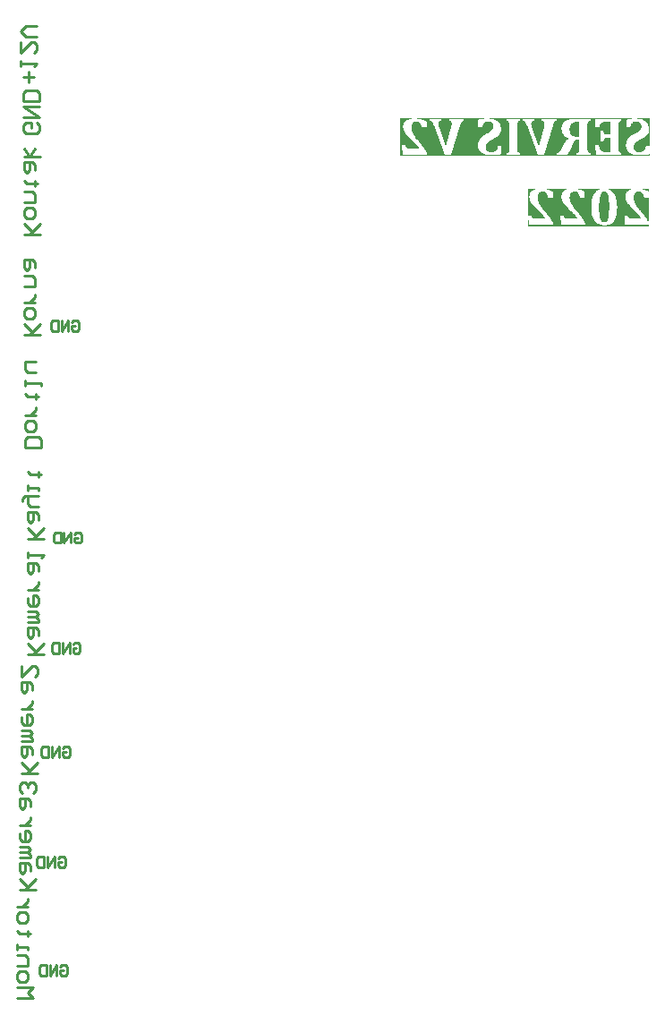
<source format=gbo>
G04*
G04 #@! TF.GenerationSoftware,Altium Limited,Altium Designer,22.9.1 (49)*
G04*
G04 Layer_Color=32896*
%FSLAX44Y44*%
%MOMM*%
G71*
G04*
G04 #@! TF.SameCoordinates,3AF70149-3D4E-492E-B143-9ECFE05FD8F5*
G04*
G04*
G04 #@! TF.FilePolarity,Positive*
G04*
G01*
G75*
%ADD17C,0.2540*%
G36*
X646559Y960185D02*
X643103D01*
Y960126D01*
X643044Y960068D01*
X642986Y959716D01*
X642810Y959189D01*
X642634Y958486D01*
X642342Y957784D01*
X641990Y957022D01*
X641580Y956319D01*
X641053Y955734D01*
X640994Y955675D01*
X640760Y955499D01*
X640467Y955265D01*
X639940Y955031D01*
X639354Y954796D01*
X638652Y954562D01*
X637773Y954386D01*
X636777Y954328D01*
X636250D01*
X635840Y954386D01*
X635020Y954504D01*
X634083Y954796D01*
X634024D01*
X633907Y954914D01*
X633673Y955031D01*
X633380Y955206D01*
X632794Y955734D01*
X632209Y956436D01*
X632150Y956495D01*
X632091Y956612D01*
X631974Y956905D01*
X631857Y957198D01*
X631740Y957608D01*
X631623Y958076D01*
X631506Y958604D01*
Y959189D01*
Y959248D01*
Y959482D01*
Y959775D01*
X631564Y960126D01*
X631740Y961005D01*
X632091Y961884D01*
Y961942D01*
X632209Y962059D01*
X632326Y962294D01*
X632560Y962587D01*
X632794Y962879D01*
X633146Y963231D01*
X633497Y963641D01*
X633966Y963992D01*
X634024Y964051D01*
X634200Y964168D01*
X634493Y964402D01*
X634844Y964695D01*
X635371Y964988D01*
X635957Y965398D01*
X636660Y965808D01*
X637480Y966218D01*
X637539Y966277D01*
X637831Y966394D01*
X638183Y966570D01*
X638652Y966862D01*
X639179Y967155D01*
X639764Y967507D01*
X640994Y968210D01*
X641053Y968268D01*
X641229Y968385D01*
X641580Y968620D01*
X641932Y968912D01*
X642810Y969615D01*
X643689Y970494D01*
X643747Y970552D01*
X643864Y970728D01*
X644099Y970962D01*
X644333Y971314D01*
X644626Y971724D01*
X644919Y972251D01*
X645446Y973305D01*
Y973364D01*
X645563Y973598D01*
X645622Y973891D01*
X645739Y974301D01*
X645856Y974770D01*
X645914Y975355D01*
X646032Y976644D01*
Y976702D01*
Y976761D01*
Y976937D01*
Y977171D01*
X645973Y977757D01*
X645856Y978460D01*
X645680Y979280D01*
X645387Y980158D01*
X645036Y981037D01*
X644509Y981857D01*
X644450Y981974D01*
X644216Y982208D01*
X643864Y982618D01*
X643396Y983087D01*
X642751Y983614D01*
X641990Y984141D01*
X641112Y984668D01*
X640116Y985137D01*
X640057D01*
X639999Y985195D01*
X639823Y985254D01*
X639589Y985313D01*
X639003Y985488D01*
X638183Y985723D01*
X637187Y985898D01*
X636016Y986074D01*
X634786Y986191D01*
X633380Y986250D01*
X646559D01*
Y960185D01*
D02*
G37*
G36*
X631389Y986191D02*
X630686Y986133D01*
X629163Y986015D01*
X629046D01*
X628811Y985957D01*
X628401Y985898D01*
X627816Y985840D01*
X627113Y985723D01*
X626351Y985547D01*
X625473Y985430D01*
X624535Y985195D01*
Y977933D01*
X627991D01*
Y978050D01*
X628050Y978284D01*
X628167Y978635D01*
X628343Y979104D01*
X628694Y980100D01*
X628928Y980627D01*
X629221Y981095D01*
X629280Y981154D01*
X629338Y981271D01*
X629514Y981506D01*
X629690Y981740D01*
X630276Y982326D01*
X630627Y982560D01*
X631037Y982794D01*
X631096D01*
X631213Y982853D01*
X631447Y982970D01*
X631799Y983087D01*
X632150Y983146D01*
X632618Y983263D01*
X633204Y983321D01*
X634317D01*
X634610Y983263D01*
X635489Y983087D01*
X636367Y982794D01*
X636426D01*
X636543Y982736D01*
X636777Y982618D01*
X637011Y982443D01*
X637597Y981974D01*
X638124Y981330D01*
Y981271D01*
X638241Y981154D01*
X638300Y980978D01*
X638417Y980685D01*
X638534Y980334D01*
X638652Y979924D01*
X638710Y979514D01*
X638769Y978987D01*
Y978928D01*
Y978753D01*
X638710Y978460D01*
Y978108D01*
X638534Y977288D01*
X638241Y976468D01*
X638183Y976410D01*
X638124Y976292D01*
X638007Y976058D01*
X637773Y975824D01*
X637539Y975472D01*
X637187Y975121D01*
X636777Y974770D01*
X636309Y974360D01*
X636250Y974301D01*
X636074Y974184D01*
X635723Y973950D01*
X635313Y973715D01*
X634786Y973364D01*
X634083Y972954D01*
X633321Y972544D01*
X632443Y972075D01*
X632384D01*
X632326Y972017D01*
X632150Y971900D01*
X631916Y971782D01*
X631389Y971490D01*
X630686Y971080D01*
X629924Y970611D01*
X629104Y970084D01*
X628343Y969498D01*
X627640Y968912D01*
X627581Y968854D01*
X627347Y968620D01*
X627054Y968327D01*
X626644Y967917D01*
X626234Y967448D01*
X625824Y966862D01*
X625414Y966218D01*
X625063Y965574D01*
X625004Y965515D01*
X624945Y965281D01*
X624770Y964871D01*
X624594Y964402D01*
X624477Y963817D01*
X624301Y963055D01*
X624243Y962294D01*
X624184Y961415D01*
Y960888D01*
X624243Y960302D01*
X624360Y959599D01*
X624535Y958721D01*
X624828Y957842D01*
X625180Y956905D01*
X625648Y956027D01*
X625707Y955909D01*
X625883Y955675D01*
X626234Y955265D01*
X626703Y954796D01*
X627288Y954211D01*
X627991Y953684D01*
X628811Y953098D01*
X629807Y952629D01*
X629866D01*
X629924Y952571D01*
X630276Y952454D01*
X630861Y952278D01*
X631623Y952044D01*
X632501Y951809D01*
X633614Y951634D01*
X634786Y951516D01*
X636074Y951458D01*
X637011D01*
X637656Y951516D01*
X638476D01*
X639354Y951575D01*
X640350Y951634D01*
X641346Y951692D01*
X641463D01*
X641814Y951751D01*
X642342Y951809D01*
X643044Y951868D01*
X643806Y951985D01*
X644684Y952161D01*
X646559Y952512D01*
Y951458D01*
Y951000D01*
X410809D01*
Y986250D01*
X423105D01*
X422402Y986191D01*
X421582Y986133D01*
X420586Y986015D01*
X419591Y985840D01*
X418653Y985605D01*
X417716Y985254D01*
X417599Y985195D01*
X417306Y985078D01*
X416896Y984844D01*
X416428Y984551D01*
X415842Y984200D01*
X415315Y983731D01*
X414788Y983204D01*
X414378Y982618D01*
X414319Y982560D01*
X414202Y982326D01*
X414026Y981974D01*
X413851Y981506D01*
X413675Y980920D01*
X413499Y980275D01*
X413382Y979514D01*
X413323Y978694D01*
Y978635D01*
Y978343D01*
X413382Y977991D01*
X413441Y977464D01*
X413499Y976937D01*
X413616Y976292D01*
X413851Y975648D01*
X414085Y975004D01*
X414143Y974945D01*
X414202Y974711D01*
X414378Y974360D01*
X414671Y973891D01*
X415022Y973305D01*
X415432Y972661D01*
X415959Y971900D01*
X416604Y971138D01*
X416662Y971021D01*
X416955Y970728D01*
X417424Y970260D01*
X418068Y969557D01*
X418888Y968678D01*
X419942Y967624D01*
X421231Y966335D01*
X422695Y964930D01*
X422754Y964871D01*
X423046Y964637D01*
X423398Y964227D01*
X423867Y963758D01*
X424452Y963172D01*
X425038Y962528D01*
X426326Y961122D01*
X426385Y961064D01*
X426619Y960829D01*
X426912Y960478D01*
X427264Y960068D01*
X428025Y959072D01*
X428377Y958604D01*
X428728Y958135D01*
Y957901D01*
X419298D01*
X418946Y957959D01*
X418185Y958018D01*
X417775Y958076D01*
X417482Y958135D01*
X417424D01*
X417365Y958194D01*
X417014Y958311D01*
X416604Y958604D01*
X416194Y958955D01*
X416135Y959072D01*
X415901Y959424D01*
X415666Y959951D01*
X415432Y960712D01*
X412562D01*
X413148Y951809D01*
X435991D01*
Y953449D01*
X435932Y953566D01*
X435815Y953859D01*
X435581Y954386D01*
X435229Y955031D01*
X434819Y955792D01*
X434292Y956671D01*
X433707Y957608D01*
X433004Y958662D01*
Y958721D01*
X432887Y958779D01*
X432828Y958955D01*
X432652Y959131D01*
X432242Y959716D01*
X431657Y960478D01*
X430954Y961415D01*
X430134Y962469D01*
X429197Y963582D01*
X428142Y964812D01*
X428084Y964871D01*
X428025Y964930D01*
X427908Y965105D01*
X427674Y965340D01*
X427205Y965925D01*
X426619Y966628D01*
X425975Y967448D01*
X425272Y968327D01*
X424628Y969205D01*
X424042Y970025D01*
X423984Y970142D01*
X423808Y970377D01*
X423574Y970787D01*
X423222Y971255D01*
X422929Y971900D01*
X422578Y972544D01*
X422226Y973188D01*
X421934Y973891D01*
X421875Y973950D01*
X421816Y974184D01*
X421699Y974594D01*
X421582Y975062D01*
X421465Y975648D01*
X421348Y976292D01*
X421231Y976937D01*
Y977698D01*
Y977757D01*
Y977815D01*
Y978167D01*
X421289Y978635D01*
X421406Y979221D01*
X421524Y979924D01*
X421758Y980627D01*
X422051Y981330D01*
X422461Y981974D01*
X422519Y982033D01*
X422695Y982208D01*
X422988Y982501D01*
X423339Y982794D01*
X423808Y983028D01*
X424394Y983321D01*
X425038Y983497D01*
X425799Y983556D01*
X426151D01*
X426502Y983497D01*
X426971Y983380D01*
X427498Y983204D01*
X428025Y982970D01*
X428611Y982618D01*
X429138Y982150D01*
X429197Y982091D01*
X429372Y981857D01*
X429548Y981564D01*
X429841Y981095D01*
X430134Y980451D01*
X430485Y979690D01*
X430778Y978753D01*
X431012Y977698D01*
X435522D01*
Y983556D01*
X435464D01*
X435405Y983614D01*
X434995Y983731D01*
X434468Y983966D01*
X433765Y984258D01*
X433004Y984493D01*
X432242Y984786D01*
X431481Y985020D01*
X430778Y985254D01*
X430719D01*
X430485Y985371D01*
X430134Y985430D01*
X429665Y985547D01*
X429197Y985664D01*
X428611Y985781D01*
X427381Y986015D01*
X427322D01*
X427088Y986074D01*
X426736D01*
X426268Y986133D01*
X425741Y986191D01*
X425097D01*
X424394Y986250D01*
X492045D01*
X491400Y986191D01*
X490698Y986133D01*
X489175Y986015D01*
X489058D01*
X488823Y985957D01*
X488413Y985898D01*
X487827Y985840D01*
X487125Y985723D01*
X486363Y985547D01*
X485485Y985430D01*
X484548Y985195D01*
Y977933D01*
X488003D01*
Y978050D01*
X488062Y978284D01*
X488179Y978635D01*
X488355Y979104D01*
X488706Y980100D01*
X488940Y980627D01*
X489233Y981095D01*
X489292Y981154D01*
X489350Y981271D01*
X489526Y981506D01*
X489702Y981740D01*
X490288Y982326D01*
X490639Y982560D01*
X491049Y982794D01*
X491108D01*
X491225Y982853D01*
X491459Y982970D01*
X491810Y983087D01*
X492162Y983146D01*
X492631Y983263D01*
X493216Y983321D01*
X494329D01*
X494622Y983263D01*
X495500Y983087D01*
X496379Y982794D01*
X496438D01*
X496555Y982736D01*
X496789Y982618D01*
X497023Y982443D01*
X497609Y981974D01*
X498136Y981330D01*
Y981271D01*
X498253Y981154D01*
X498312Y980978D01*
X498429Y980685D01*
X498546Y980334D01*
X498663Y979924D01*
X498722Y979514D01*
X498781Y978987D01*
Y978928D01*
Y978753D01*
X498722Y978460D01*
Y978108D01*
X498546Y977288D01*
X498253Y976468D01*
X498195Y976410D01*
X498136Y976292D01*
X498019Y976058D01*
X497785Y975824D01*
X497551Y975472D01*
X497199Y975121D01*
X496789Y974770D01*
X496320Y974360D01*
X496262Y974301D01*
X496086Y974184D01*
X495735Y973950D01*
X495325Y973715D01*
X494798Y973364D01*
X494095Y972954D01*
X493333Y972544D01*
X492455Y972075D01*
X492396D01*
X492338Y972017D01*
X492162Y971900D01*
X491928Y971782D01*
X491400Y971490D01*
X490698Y971080D01*
X489936Y970611D01*
X489116Y970084D01*
X488355Y969498D01*
X487652Y968912D01*
X487593Y968854D01*
X487359Y968620D01*
X487066Y968327D01*
X486656Y967917D01*
X486246Y967448D01*
X485836Y966862D01*
X485426Y966218D01*
X485075Y965574D01*
X485016Y965515D01*
X484958Y965281D01*
X484782Y964871D01*
X484606Y964402D01*
X484489Y963817D01*
X484313Y963055D01*
X484255Y962294D01*
X484196Y961415D01*
Y960888D01*
X484255Y960302D01*
X484372Y959599D01*
X484548Y958721D01*
X484840Y957842D01*
X485192Y956905D01*
X485660Y956027D01*
X485719Y955909D01*
X485895Y955675D01*
X486246Y955265D01*
X486715Y954796D01*
X487300Y954211D01*
X488003Y953684D01*
X488823Y953098D01*
X489819Y952629D01*
X489878D01*
X489936Y952571D01*
X490288Y952454D01*
X490873Y952278D01*
X491635Y952044D01*
X492513Y951809D01*
X493626Y951634D01*
X494798Y951516D01*
X496086Y951458D01*
X497023D01*
X497668Y951516D01*
X498488D01*
X499366Y951575D01*
X500362Y951634D01*
X501358Y951692D01*
X501475D01*
X501826Y951751D01*
X502354Y951809D01*
X503056Y951868D01*
X503818Y951985D01*
X504696Y952161D01*
X506571Y952512D01*
Y960185D01*
X503115D01*
Y960126D01*
X503056Y960068D01*
X502998Y959716D01*
X502822Y959189D01*
X502646Y958486D01*
X502354Y957784D01*
X502002Y957022D01*
X501592Y956319D01*
X501065Y955734D01*
X501006Y955675D01*
X500772Y955499D01*
X500479Y955265D01*
X499952Y955031D01*
X499366Y954796D01*
X498663Y954562D01*
X497785Y954386D01*
X496789Y954328D01*
X496262D01*
X495852Y954386D01*
X495032Y954504D01*
X494095Y954796D01*
X494036D01*
X493919Y954914D01*
X493685Y955031D01*
X493392Y955206D01*
X492806Y955734D01*
X492220Y956436D01*
X492162Y956495D01*
X492103Y956612D01*
X491986Y956905D01*
X491869Y957198D01*
X491752Y957608D01*
X491635Y958076D01*
X491518Y958604D01*
Y959189D01*
Y959248D01*
Y959482D01*
Y959775D01*
X491576Y960126D01*
X491752Y961005D01*
X492103Y961884D01*
Y961942D01*
X492220Y962059D01*
X492338Y962294D01*
X492572Y962587D01*
X492806Y962879D01*
X493158Y963231D01*
X493509Y963641D01*
X493978Y963992D01*
X494036Y964051D01*
X494212Y964168D01*
X494505Y964402D01*
X494856Y964695D01*
X495383Y964988D01*
X495969Y965398D01*
X496672Y965808D01*
X497492Y966218D01*
X497551Y966277D01*
X497843Y966394D01*
X498195Y966570D01*
X498663Y966862D01*
X499191Y967155D01*
X499776Y967507D01*
X501006Y968210D01*
X501065Y968268D01*
X501241Y968385D01*
X501592Y968620D01*
X501944Y968912D01*
X502822Y969615D01*
X503701Y970494D01*
X503759Y970552D01*
X503876Y970728D01*
X504111Y970962D01*
X504345Y971314D01*
X504638Y971724D01*
X504931Y972251D01*
X505458Y973305D01*
Y973364D01*
X505575Y973598D01*
X505634Y973891D01*
X505751Y974301D01*
X505868Y974770D01*
X505926Y975355D01*
X506044Y976644D01*
Y976702D01*
Y976761D01*
Y976937D01*
Y977171D01*
X505985Y977757D01*
X505868Y978460D01*
X505692Y979280D01*
X505399Y980158D01*
X505048Y981037D01*
X504521Y981857D01*
X504462Y981974D01*
X504228Y982208D01*
X503876Y982618D01*
X503408Y983087D01*
X502763Y983614D01*
X502002Y984141D01*
X501124Y984668D01*
X500128Y985137D01*
X500069D01*
X500011Y985195D01*
X499835Y985254D01*
X499601Y985313D01*
X499015Y985488D01*
X498195Y985723D01*
X497199Y985898D01*
X496028Y986074D01*
X494798Y986191D01*
X493392Y986250D01*
X632033D01*
X631389Y986191D01*
D02*
G37*
G36*
X646250Y887199D02*
X646192Y887316D01*
X646074Y887609D01*
X645840Y888137D01*
X645489Y888781D01*
X645079Y889542D01*
X644551Y890421D01*
X643966Y891358D01*
X643263Y892412D01*
Y892471D01*
X643146Y892529D01*
X643087Y892705D01*
X642912Y892881D01*
X642502Y893466D01*
X641916Y894228D01*
X641213Y895165D01*
X640393Y896219D01*
X639456Y897332D01*
X638401Y898562D01*
X638343Y898621D01*
X638284Y898680D01*
X638167Y898855D01*
X637933Y899090D01*
X637464Y899675D01*
X636879Y900378D01*
X636234Y901198D01*
X635531Y902077D01*
X634887Y902955D01*
X634301Y903775D01*
X634243Y903892D01*
X634067Y904127D01*
X633833Y904537D01*
X633481Y905005D01*
X633189Y905650D01*
X632837Y906294D01*
X632486Y906938D01*
X632193Y907641D01*
X632134Y907700D01*
X632076Y907934D01*
X631959Y908344D01*
X631841Y908812D01*
X631724Y909398D01*
X631607Y910042D01*
X631490Y910687D01*
Y911448D01*
Y911507D01*
Y911565D01*
Y911917D01*
X631549Y912385D01*
X631666Y912971D01*
X631783Y913674D01*
X632017Y914377D01*
X632310Y915080D01*
X632720Y915724D01*
X632779Y915783D01*
X632954Y915958D01*
X633247Y916251D01*
X633599Y916544D01*
X634067Y916778D01*
X634653Y917071D01*
X635297Y917247D01*
X636059Y917306D01*
X636410D01*
X636761Y917247D01*
X637230Y917130D01*
X637757Y916954D01*
X638284Y916720D01*
X638870Y916368D01*
X639397Y915900D01*
X639456Y915841D01*
X639632Y915607D01*
X639807Y915314D01*
X640100Y914846D01*
X640393Y914201D01*
X640744Y913440D01*
X641037Y912503D01*
X641272Y911448D01*
X645782D01*
Y917306D01*
X645723D01*
X645664Y917364D01*
X645254Y917481D01*
X644727Y917716D01*
X644024Y918008D01*
X643263Y918243D01*
X642502Y918536D01*
X641740Y918770D01*
X641037Y919004D01*
X640979D01*
X640744Y919121D01*
X640393Y919180D01*
X639924Y919297D01*
X639456Y919414D01*
X638870Y919531D01*
X637640Y919765D01*
X637581D01*
X637347Y919824D01*
X636996D01*
X636527Y919883D01*
X636000Y919941D01*
X635356D01*
X634653Y920000D01*
X646250D01*
Y887199D01*
D02*
G37*
G36*
X604019Y917130D02*
X604312Y917071D01*
X604722Y916954D01*
X605074Y916837D01*
X605484Y916603D01*
X605835Y916310D01*
X605894Y916251D01*
X605952Y916134D01*
X606128Y915958D01*
X606362Y915666D01*
X606597Y915314D01*
X606831Y914846D01*
X607065Y914318D01*
X607299Y913674D01*
Y913615D01*
X607358Y913381D01*
X607475Y912971D01*
X607592Y912444D01*
X607710Y911800D01*
X607827Y911038D01*
X607944Y910218D01*
X608061Y909222D01*
Y909105D01*
X608120Y908754D01*
Y908227D01*
X608178Y907465D01*
X608237Y906528D01*
Y905474D01*
X608295Y904244D01*
Y902955D01*
Y902897D01*
Y902721D01*
Y902428D01*
Y902077D01*
Y901608D01*
Y901081D01*
X608237Y900495D01*
Y899851D01*
X608178Y898445D01*
X608120Y896981D01*
X608002Y895575D01*
X607827Y894228D01*
Y894169D01*
Y894111D01*
X607768Y893935D01*
X607710Y893701D01*
X607592Y893115D01*
X607417Y892412D01*
X607182Y891651D01*
X606948Y890831D01*
X606597Y890069D01*
X606245Y889425D01*
X606187Y889367D01*
X606069Y889191D01*
X605835Y888957D01*
X605484Y888664D01*
X605074Y888371D01*
X604605Y888137D01*
X604078Y887961D01*
X603434Y887902D01*
X603082D01*
X602848Y887961D01*
X602321Y888078D01*
X601794Y888371D01*
X601735D01*
X601676Y888488D01*
X601384Y888722D01*
X600974Y889191D01*
X600564Y889835D01*
Y889894D01*
X600447Y890011D01*
X600329Y890245D01*
X600212Y890538D01*
X600037Y890889D01*
X599919Y891358D01*
X599744Y891885D01*
X599568Y892471D01*
Y892529D01*
X599509Y892764D01*
X599451Y893115D01*
X599334Y893584D01*
X599216Y894169D01*
X599158Y894872D01*
X599041Y895634D01*
X598982Y896512D01*
Y896629D01*
X598924Y896922D01*
Y897449D01*
X598865Y898094D01*
Y898914D01*
X598806Y899851D01*
Y900847D01*
Y901960D01*
Y902018D01*
Y902135D01*
Y902370D01*
Y902721D01*
Y903072D01*
Y903541D01*
X598865Y904595D01*
Y905767D01*
X598924Y906997D01*
X599041Y908285D01*
X599158Y909457D01*
Y909515D01*
Y909574D01*
X599216Y909984D01*
X599275Y910511D01*
X599392Y911214D01*
X599568Y911917D01*
X599744Y912737D01*
X599919Y913498D01*
X600154Y914143D01*
Y914201D01*
X600271Y914436D01*
X600388Y914728D01*
X600564Y915080D01*
X601032Y915841D01*
X601325Y916193D01*
X601618Y916486D01*
X601676Y916544D01*
X601735Y916603D01*
X601911Y916720D01*
X602145Y916837D01*
X602789Y917071D01*
X603141Y917188D01*
X603785D01*
X604019Y917130D01*
D02*
G37*
G36*
X632661Y919941D02*
X631841Y919883D01*
X630846Y919765D01*
X629850Y919590D01*
X628913Y919355D01*
X627976Y919004D01*
X627858Y918945D01*
X627565Y918828D01*
X627155Y918594D01*
X626687Y918301D01*
X626101Y917950D01*
X625574Y917481D01*
X625047Y916954D01*
X624637Y916368D01*
X624578Y916310D01*
X624461Y916076D01*
X624286Y915724D01*
X624110Y915256D01*
X623934Y914670D01*
X623758Y914025D01*
X623641Y913264D01*
X623583Y912444D01*
Y912385D01*
Y912093D01*
X623641Y911741D01*
X623700Y911214D01*
X623758Y910687D01*
X623876Y910042D01*
X624110Y909398D01*
X624344Y908754D01*
X624403Y908695D01*
X624461Y908461D01*
X624637Y908110D01*
X624930Y907641D01*
X625281Y907055D01*
X625691Y906411D01*
X626218Y905650D01*
X626863Y904888D01*
X626921Y904771D01*
X627214Y904478D01*
X627683Y904010D01*
X628327Y903307D01*
X629147Y902428D01*
X630201Y901374D01*
X631490Y900085D01*
X632954Y898680D01*
X633013Y898621D01*
X633306Y898387D01*
X633657Y897977D01*
X634126Y897508D01*
X634711Y896922D01*
X635297Y896278D01*
X636586Y894872D01*
X636644Y894814D01*
X636879Y894579D01*
X637171Y894228D01*
X637523Y893818D01*
X638284Y892822D01*
X638636Y892354D01*
X638987Y891885D01*
Y891651D01*
X629557D01*
X629206Y891709D01*
X628444Y891768D01*
X628034Y891826D01*
X627741Y891885D01*
X627683D01*
X627624Y891944D01*
X627273Y892061D01*
X626863Y892354D01*
X626453Y892705D01*
X626394Y892822D01*
X626160Y893174D01*
X625925Y893701D01*
X625691Y894462D01*
X622821D01*
X623407Y885559D01*
X646250D01*
Y883750D01*
X531975D01*
Y885559D01*
Y920000D01*
X542518D01*
X541816Y919941D01*
X540995Y919883D01*
X540000Y919765D01*
X539004Y919590D01*
X538067Y919355D01*
X537130Y919004D01*
X537013Y918945D01*
X536720Y918828D01*
X536310Y918594D01*
X535841Y918301D01*
X535255Y917950D01*
X534728Y917481D01*
X534201Y916954D01*
X533791Y916368D01*
X533733Y916310D01*
X533615Y916076D01*
X533440Y915724D01*
X533264Y915256D01*
X533088Y914670D01*
X532912Y914025D01*
X532795Y913264D01*
X532737Y912444D01*
Y912385D01*
Y912093D01*
X532795Y911741D01*
X532854Y911214D01*
X532912Y910687D01*
X533030Y910042D01*
X533264Y909398D01*
X533498Y908754D01*
X533557Y908695D01*
X533615Y908461D01*
X533791Y908110D01*
X534084Y907641D01*
X534435Y907055D01*
X534845Y906411D01*
X535373Y905650D01*
X536017Y904888D01*
X536076Y904771D01*
X536368Y904478D01*
X536837Y904010D01*
X537481Y903307D01*
X538301Y902428D01*
X539356Y901374D01*
X540644Y900085D01*
X542108Y898680D01*
X542167Y898621D01*
X542460Y898387D01*
X542811Y897977D01*
X543280Y897508D01*
X543866Y896922D01*
X544451Y896278D01*
X545740Y894872D01*
X545798Y894814D01*
X546033Y894579D01*
X546326Y894228D01*
X546677Y893818D01*
X547439Y892822D01*
X547790Y892354D01*
X548141Y891885D01*
Y891651D01*
X538711D01*
X538360Y891709D01*
X537598Y891768D01*
X537188Y891826D01*
X536895Y891885D01*
X536837D01*
X536778Y891944D01*
X536427Y892061D01*
X536017Y892354D01*
X535607Y892705D01*
X535548Y892822D01*
X535314Y893174D01*
X535080Y893701D01*
X534845Y894462D01*
X531975D01*
X532561Y885559D01*
X555404D01*
Y887199D01*
X555346Y887316D01*
X555229Y887609D01*
X554994Y888137D01*
X554643Y888781D01*
X554233Y889542D01*
X553706Y890421D01*
X553120Y891358D01*
X552417Y892412D01*
Y892471D01*
X552300Y892529D01*
X552241Y892705D01*
X552066Y892881D01*
X551656Y893466D01*
X551070Y894228D01*
X550367Y895165D01*
X549547Y896219D01*
X548610Y897332D01*
X547556Y898562D01*
X547497Y898621D01*
X547439Y898680D01*
X547321Y898855D01*
X547087Y899090D01*
X546618Y899675D01*
X546033Y900378D01*
X545388Y901198D01*
X544686Y902077D01*
X544041Y902955D01*
X543456Y903775D01*
X543397Y903892D01*
X543221Y904127D01*
X542987Y904537D01*
X542636Y905005D01*
X542343Y905650D01*
X541991Y906294D01*
X541640Y906938D01*
X541347Y907641D01*
X541288Y907700D01*
X541230Y907934D01*
X541113Y908344D01*
X540995Y908812D01*
X540878Y909398D01*
X540761Y910042D01*
X540644Y910687D01*
Y911448D01*
Y911507D01*
Y911565D01*
Y911917D01*
X540703Y912385D01*
X540820Y912971D01*
X540937Y913674D01*
X541171Y914377D01*
X541464Y915080D01*
X541874Y915724D01*
X541933Y915783D01*
X542108Y915958D01*
X542401Y916251D01*
X542753Y916544D01*
X543221Y916778D01*
X543807Y917071D01*
X544451Y917247D01*
X545213Y917306D01*
X545564D01*
X545916Y917247D01*
X546384Y917130D01*
X546911Y916954D01*
X547439Y916720D01*
X548024Y916368D01*
X548551Y915900D01*
X548610Y915841D01*
X548786Y915607D01*
X548961Y915314D01*
X549254Y914846D01*
X549547Y914201D01*
X549898Y913440D01*
X550191Y912503D01*
X550426Y911448D01*
X554936D01*
Y917306D01*
X554877D01*
X554819Y917364D01*
X554409Y917481D01*
X553881Y917716D01*
X553179Y918008D01*
X552417Y918243D01*
X551656Y918536D01*
X550894Y918770D01*
X550191Y919004D01*
X550133D01*
X549898Y919121D01*
X549547Y919180D01*
X549078Y919297D01*
X548610Y919414D01*
X548024Y919531D01*
X546794Y919765D01*
X546736D01*
X546501Y919824D01*
X546150D01*
X545681Y919883D01*
X545154Y919941D01*
X544510D01*
X543807Y920000D01*
X572800D01*
X572098Y919941D01*
X571278Y919883D01*
X570282Y919765D01*
X569286Y919590D01*
X568349Y919355D01*
X567412Y919004D01*
X567295Y918945D01*
X567002Y918828D01*
X566592Y918594D01*
X566123Y918301D01*
X565537Y917950D01*
X565010Y917481D01*
X564483Y916954D01*
X564073Y916368D01*
X564015Y916310D01*
X563897Y916076D01*
X563722Y915724D01*
X563546Y915256D01*
X563370Y914670D01*
X563195Y914025D01*
X563077Y913264D01*
X563019Y912444D01*
Y912385D01*
Y912093D01*
X563077Y911741D01*
X563136Y911214D01*
X563195Y910687D01*
X563312Y910042D01*
X563546Y909398D01*
X563780Y908754D01*
X563839Y908695D01*
X563897Y908461D01*
X564073Y908110D01*
X564366Y907641D01*
X564717Y907055D01*
X565127Y906411D01*
X565654Y905650D01*
X566299Y904888D01*
X566357Y904771D01*
X566650Y904478D01*
X567119Y904010D01*
X567763Y903307D01*
X568583Y902428D01*
X569637Y901374D01*
X570926Y900085D01*
X572390Y898680D01*
X572449Y898621D01*
X572742Y898387D01*
X573093Y897977D01*
X573562Y897508D01*
X574147Y896922D01*
X574733Y896278D01*
X576022Y894872D01*
X576080Y894814D01*
X576315Y894579D01*
X576608Y894228D01*
X576959Y893818D01*
X577720Y892822D01*
X578072Y892354D01*
X578423Y891885D01*
Y891651D01*
X568993D01*
X568642Y891709D01*
X567880Y891768D01*
X567470Y891826D01*
X567177Y891885D01*
X567119D01*
X567060Y891944D01*
X566709Y892061D01*
X566299Y892354D01*
X565889Y892705D01*
X565830Y892822D01*
X565596Y893174D01*
X565362Y893701D01*
X565127Y894462D01*
X562257D01*
X562843Y885559D01*
X585686D01*
Y887199D01*
X585628Y887316D01*
X585511Y887609D01*
X585276Y888137D01*
X584925Y888781D01*
X584515Y889542D01*
X583988Y890421D01*
X583402Y891358D01*
X582699Y892412D01*
Y892471D01*
X582582Y892529D01*
X582523Y892705D01*
X582348Y892881D01*
X581938Y893466D01*
X581352Y894228D01*
X580649Y895165D01*
X579829Y896219D01*
X578892Y897332D01*
X577838Y898562D01*
X577779Y898621D01*
X577720Y898680D01*
X577603Y898855D01*
X577369Y899090D01*
X576900Y899675D01*
X576315Y900378D01*
X575670Y901198D01*
X574967Y902077D01*
X574323Y902955D01*
X573737Y903775D01*
X573679Y903892D01*
X573503Y904127D01*
X573269Y904537D01*
X572918Y905005D01*
X572625Y905650D01*
X572273Y906294D01*
X571922Y906938D01*
X571629Y907641D01*
X571570Y907700D01*
X571512Y907934D01*
X571395Y908344D01*
X571278Y908812D01*
X571160Y909398D01*
X571043Y910042D01*
X570926Y910687D01*
Y911448D01*
Y911507D01*
Y911565D01*
Y911917D01*
X570985Y912385D01*
X571102Y912971D01*
X571219Y913674D01*
X571453Y914377D01*
X571746Y915080D01*
X572156Y915724D01*
X572215Y915783D01*
X572390Y915958D01*
X572683Y916251D01*
X573035Y916544D01*
X573503Y916778D01*
X574089Y917071D01*
X574733Y917247D01*
X575495Y917306D01*
X575846D01*
X576198Y917247D01*
X576666Y917130D01*
X577193Y916954D01*
X577720Y916720D01*
X578306Y916368D01*
X578833Y915900D01*
X578892Y915841D01*
X579068Y915607D01*
X579243Y915314D01*
X579536Y914846D01*
X579829Y914201D01*
X580181Y913440D01*
X580473Y912503D01*
X580708Y911448D01*
X585218D01*
Y917306D01*
X585159D01*
X585101Y917364D01*
X584691Y917481D01*
X584163Y917716D01*
X583461Y918008D01*
X582699Y918243D01*
X581938Y918536D01*
X581176Y918770D01*
X580473Y919004D01*
X580415D01*
X580181Y919121D01*
X579829Y919180D01*
X579361Y919297D01*
X578892Y919414D01*
X578306Y919531D01*
X577076Y919765D01*
X577018D01*
X576783Y919824D01*
X576432D01*
X575963Y919883D01*
X575436Y919941D01*
X574792D01*
X574089Y920000D01*
X602848D01*
X602438Y919941D01*
X601911Y919883D01*
X601325Y919765D01*
X600681Y919648D01*
X599978Y919473D01*
X599275Y919238D01*
X598514Y918945D01*
X597752Y918653D01*
X596991Y918243D01*
X596229Y917716D01*
X595526Y917188D01*
X594882Y916544D01*
X594296Y915783D01*
X594238Y915724D01*
X594179Y915607D01*
X594004Y915373D01*
X593828Y915021D01*
X593594Y914553D01*
X593359Y914025D01*
X593066Y913381D01*
X592774Y912620D01*
X592481Y911800D01*
X592188Y910863D01*
X591954Y909808D01*
X591719Y908637D01*
X591544Y907407D01*
X591368Y906060D01*
X591309Y904595D01*
X591251Y903014D01*
Y902194D01*
X591309Y901550D01*
X591368Y900847D01*
X591426Y899968D01*
X591544Y899031D01*
X591661Y898035D01*
X592012Y895868D01*
X592598Y893642D01*
X592949Y892588D01*
X593418Y891534D01*
X593886Y890538D01*
X594472Y889659D01*
X594531Y889601D01*
X594589Y889484D01*
X594824Y889249D01*
X595058Y888957D01*
X595409Y888605D01*
X595819Y888254D01*
X596288Y887844D01*
X596815Y887434D01*
X597459Y887024D01*
X598162Y886614D01*
X598924Y886262D01*
X599744Y885911D01*
X600681Y885618D01*
X601676Y885384D01*
X602731Y885266D01*
X603844Y885208D01*
X604488D01*
X604840Y885266D01*
X605249Y885325D01*
X606128Y885442D01*
X607182Y885618D01*
X608237Y885911D01*
X609350Y886321D01*
X610404Y886848D01*
X610521Y886906D01*
X610814Y887199D01*
X611282Y887609D01*
X611868Y888195D01*
X612571Y888957D01*
X613215Y889894D01*
X613860Y891006D01*
X614445Y892354D01*
Y892412D01*
X614504Y892529D01*
X614562Y892764D01*
X614680Y893056D01*
X614797Y893408D01*
X614914Y893876D01*
X615031Y894462D01*
X615148Y895048D01*
X615265Y895751D01*
X615382Y896454D01*
X615500Y897274D01*
X615617Y898152D01*
X615734Y899090D01*
X615793Y900085D01*
X615851Y902252D01*
Y903190D01*
X615793Y903717D01*
Y904302D01*
X615734Y904947D01*
X615675Y905591D01*
X615500Y907114D01*
X615265Y908754D01*
X614914Y910394D01*
X614445Y911917D01*
Y911975D01*
X614387Y912093D01*
X614270Y912327D01*
X614152Y912561D01*
X614035Y912913D01*
X613860Y913264D01*
X613332Y914143D01*
X612747Y915138D01*
X612044Y916134D01*
X611165Y917130D01*
X610169Y917950D01*
X610111D01*
X610052Y918067D01*
X609877Y918126D01*
X609642Y918301D01*
X609057Y918594D01*
X608295Y919004D01*
X607299Y919355D01*
X606128Y919707D01*
X604840Y919941D01*
X603434Y920000D01*
X633364D01*
X632661Y919941D01*
D02*
G37*
%LPC*%
G36*
X620025Y985840D02*
X595249D01*
Y977933D01*
X598647D01*
X598705Y978050D01*
X598764Y978343D01*
X598939Y978694D01*
X599115Y979221D01*
X599584Y980275D01*
X599818Y980744D01*
X600052Y981095D01*
Y981154D01*
X600169Y981271D01*
X600462Y981623D01*
X600872Y982033D01*
X601458Y982443D01*
X601517D01*
X601634Y982501D01*
X601809Y982618D01*
X602102Y982677D01*
X602454Y982794D01*
X602922Y982853D01*
X603508Y982911D01*
X609599D01*
Y970962D01*
X605910D01*
X605675Y971021D01*
X605089Y971080D01*
X604562Y971255D01*
X604504D01*
X604445Y971314D01*
X604211Y971548D01*
X603859Y971841D01*
X603508Y972310D01*
Y972368D01*
X603449Y972427D01*
X603332Y972602D01*
X603274Y972837D01*
X603157Y973188D01*
X603039Y973540D01*
X602864Y974008D01*
X602747Y974535D01*
X599935D01*
Y964402D01*
X602747D01*
Y964461D01*
X602805Y964637D01*
X602864Y964930D01*
X602981Y965222D01*
X603215Y965984D01*
X603332Y966335D01*
X603508Y966628D01*
Y966687D01*
X603567Y966745D01*
X603801Y967038D01*
X604152Y967390D01*
X604562Y967682D01*
X604679Y967741D01*
X604972Y967858D01*
X605558Y967975D01*
X606320Y968034D01*
X609599D01*
Y954679D01*
X603625D01*
X603157Y954738D01*
X602688Y954796D01*
X602571D01*
X602337Y954914D01*
X601985Y955031D01*
X601634Y955206D01*
X601575Y955265D01*
X601341Y955441D01*
X601048Y955675D01*
X600755Y955968D01*
X600696Y956027D01*
X600462Y956261D01*
X600228Y956612D01*
X599935Y956964D01*
X599877Y957081D01*
X599701Y957374D01*
X599467Y957842D01*
X599232Y958428D01*
Y958486D01*
X599174Y958604D01*
X599115Y958779D01*
X598998Y959072D01*
X598881Y959424D01*
X598764Y959834D01*
X598588Y960302D01*
X598412Y960888D01*
X594956D01*
X595484Y951809D01*
X620025D01*
Y953449D01*
X619967D01*
X619850Y953508D01*
X619498Y953625D01*
X619030Y953801D01*
X618561Y953976D01*
X618444Y954035D01*
X618210Y954211D01*
X617975Y954445D01*
X617741Y954738D01*
X617682Y954855D01*
X617624Y955089D01*
X617507Y955499D01*
X617448Y956027D01*
Y956085D01*
Y956202D01*
X617390Y956378D01*
Y956612D01*
X617331Y957256D01*
Y958076D01*
Y979573D01*
Y979631D01*
Y979748D01*
Y979983D01*
Y980275D01*
Y980861D01*
X617390Y981506D01*
Y981564D01*
Y981623D01*
X617448Y981974D01*
X617565Y982384D01*
X617741Y982794D01*
X617800Y982911D01*
X617917Y983087D01*
X618151Y983380D01*
X618503Y983614D01*
X618620Y983673D01*
X618913Y983848D01*
X619381Y984024D01*
X620025Y984200D01*
Y985840D01*
D02*
G37*
G36*
X558466D02*
X544643D01*
Y984200D01*
X544877D01*
X545111Y984141D01*
X545346Y984083D01*
X545990Y983848D01*
X546283Y983673D01*
X546576Y983497D01*
X546693Y983380D01*
X546869Y983087D01*
X547044Y982560D01*
X547161Y981857D01*
Y981798D01*
Y981740D01*
Y981330D01*
X547103Y980803D01*
X547044Y980217D01*
Y980158D01*
X546986Y980100D01*
Y979865D01*
X546869Y979631D01*
X546810Y979280D01*
X546693Y978870D01*
X546576Y978343D01*
X546400Y977757D01*
X541480Y959834D01*
X535271Y977698D01*
Y977757D01*
X535213Y977874D01*
X535154Y978050D01*
X535095Y978343D01*
X534920Y978928D01*
X534744Y979631D01*
Y979690D01*
X534685Y979807D01*
Y979983D01*
X534627Y980217D01*
X534568Y980861D01*
X534510Y981564D01*
Y981623D01*
Y981740D01*
X534568Y981974D01*
Y982267D01*
X534803Y982853D01*
X534920Y983146D01*
X535154Y983438D01*
Y983497D01*
X535271Y983556D01*
X535388Y983673D01*
X535623Y983790D01*
X535857Y983907D01*
X536208Y984083D01*
X536618Y984141D01*
X537087Y984200D01*
Y985840D01*
X526310D01*
Y984200D01*
X526485D01*
X526661Y984141D01*
X526895Y984083D01*
X527422Y983907D01*
X527950Y983614D01*
X528067Y983556D01*
X528360Y983263D01*
X528711Y982853D01*
X529121Y982267D01*
Y982208D01*
X529238Y982091D01*
X529355Y981916D01*
X529473Y981564D01*
X529648Y981213D01*
X529883Y980685D01*
X530117Y980158D01*
X530410Y979455D01*
X540835Y951692D01*
X546634D01*
X554893Y979573D01*
Y979631D01*
X554952Y979865D01*
X555069Y980217D01*
X555186Y980627D01*
X555537Y981506D01*
X555654Y981857D01*
X555830Y982208D01*
Y982267D01*
X555889Y982326D01*
X556064Y982677D01*
X556357Y983087D01*
X556767Y983497D01*
X556884Y983556D01*
X557177Y983790D01*
X557704Y983966D01*
X558466Y984200D01*
Y985840D01*
D02*
G37*
G36*
X470666D02*
X456843D01*
Y984200D01*
X457077D01*
X457311Y984141D01*
X457546Y984083D01*
X458190Y983848D01*
X458483Y983673D01*
X458776Y983497D01*
X458893Y983380D01*
X459068Y983087D01*
X459244Y982560D01*
X459361Y981857D01*
Y981798D01*
Y981740D01*
Y981330D01*
X459303Y980803D01*
X459244Y980217D01*
Y980158D01*
X459186Y980100D01*
Y979865D01*
X459068Y979631D01*
X459010Y979280D01*
X458893Y978870D01*
X458776Y978343D01*
X458600Y977757D01*
X453680Y959834D01*
X447471Y977698D01*
Y977757D01*
X447413Y977874D01*
X447354Y978050D01*
X447295Y978343D01*
X447120Y978928D01*
X446944Y979631D01*
Y979690D01*
X446885Y979807D01*
Y979983D01*
X446827Y980217D01*
X446768Y980861D01*
X446710Y981564D01*
Y981623D01*
Y981740D01*
X446768Y981974D01*
Y982267D01*
X447003Y982853D01*
X447120Y983146D01*
X447354Y983438D01*
Y983497D01*
X447471Y983556D01*
X447588Y983673D01*
X447823Y983790D01*
X448057Y983907D01*
X448408Y984083D01*
X448818Y984141D01*
X449287Y984200D01*
Y985840D01*
X438510D01*
Y984200D01*
X438685D01*
X438861Y984141D01*
X439095Y984083D01*
X439622Y983907D01*
X440150Y983614D01*
X440267Y983556D01*
X440560Y983263D01*
X440911Y982853D01*
X441321Y982267D01*
Y982208D01*
X441438Y982091D01*
X441555Y981916D01*
X441673Y981564D01*
X441848Y981213D01*
X442082Y980685D01*
X442317Y980158D01*
X442610Y979455D01*
X453036Y951692D01*
X458834D01*
X467093Y979573D01*
Y979631D01*
X467151Y979865D01*
X467269Y980217D01*
X467386Y980627D01*
X467737Y981506D01*
X467854Y981857D01*
X468030Y982208D01*
Y982267D01*
X468089Y982326D01*
X468264Y982677D01*
X468557Y983087D01*
X468967Y983497D01*
X469084Y983556D01*
X469377Y983790D01*
X469904Y983966D01*
X470666Y984200D01*
Y985840D01*
D02*
G37*
G36*
X590446D02*
X574808D01*
X574163Y985781D01*
X573343Y985723D01*
X572523Y985664D01*
X571703Y985547D01*
X570883Y985430D01*
X570766D01*
X570532Y985371D01*
X570122Y985254D01*
X569653Y985137D01*
X569067Y984961D01*
X568482Y984727D01*
X567252Y984200D01*
X567193Y984141D01*
X567017Y984083D01*
X566783Y983907D01*
X566490Y983731D01*
X565787Y983146D01*
X565084Y982443D01*
X565026Y982384D01*
X564909Y982267D01*
X564733Y982033D01*
X564557Y981740D01*
X564323Y981388D01*
X564089Y980920D01*
X563679Y979924D01*
Y979865D01*
X563620Y979690D01*
X563503Y979397D01*
X563445Y978987D01*
X563327Y978518D01*
X563269Y977933D01*
X563210Y977347D01*
Y976644D01*
Y976527D01*
Y976234D01*
X563269Y975765D01*
X563327Y975238D01*
X563445Y974594D01*
X563562Y973891D01*
X563796Y973188D01*
X564089Y972485D01*
X564147Y972427D01*
X564264Y972192D01*
X564440Y971841D01*
X564674Y971490D01*
X565026Y971021D01*
X565377Y970494D01*
X565846Y970025D01*
X566373Y969557D01*
X566432Y969498D01*
X566666Y969381D01*
X566959Y969147D01*
X567427Y968854D01*
X567955Y968502D01*
X568657Y968151D01*
X569419Y967800D01*
X570298Y967390D01*
Y967155D01*
X570239Y967097D01*
X570005Y966980D01*
X569653Y966804D01*
X569185Y966570D01*
X568716Y966277D01*
X568247Y965925D01*
X567720Y965457D01*
X567252Y964988D01*
X567193Y964930D01*
X567017Y964754D01*
X566783Y964461D01*
X566490Y964051D01*
X566139Y963582D01*
X565787Y962997D01*
X565377Y962352D01*
X565026Y961591D01*
X563445Y958194D01*
X563386Y958076D01*
X563269Y957842D01*
X563035Y957432D01*
X562800Y956964D01*
X562156Y955851D01*
X561746Y955265D01*
X561395Y954796D01*
X561336Y954738D01*
X561219Y954621D01*
X560984Y954445D01*
X560692Y954211D01*
X560340Y953976D01*
X559930Y953742D01*
X559462Y953566D01*
X558934Y953449D01*
Y951809D01*
X568540D01*
X568599Y951926D01*
X568775Y952161D01*
X569067Y952629D01*
X569477Y953274D01*
X569946Y954152D01*
X570532Y955148D01*
X571118Y956319D01*
X571820Y957725D01*
X573753Y962001D01*
X573812Y962059D01*
X573870Y962294D01*
X574046Y962645D01*
X574280Y963055D01*
X574749Y963934D01*
X575042Y964344D01*
X575276Y964695D01*
Y964754D01*
X575393Y964812D01*
X575628Y965164D01*
X576038Y965515D01*
X576565Y965808D01*
X576682Y965867D01*
X576858Y965925D01*
X577033Y965984D01*
X577326D01*
X577678Y966042D01*
X578088Y966101D01*
X580020D01*
Y958076D01*
Y958018D01*
Y957784D01*
Y957432D01*
Y957022D01*
X579962Y956202D01*
X579903Y955792D01*
X579845Y955441D01*
Y955382D01*
X579786Y955324D01*
X579669Y955031D01*
X579493Y954621D01*
X579201Y954211D01*
X579083Y954152D01*
X578966Y954094D01*
X578791Y953976D01*
X578498Y953859D01*
X578205Y953742D01*
X577795Y953566D01*
X577326Y953449D01*
Y951809D01*
X590446D01*
Y953449D01*
X590388D01*
X590271Y953508D01*
X589919Y953625D01*
X589451Y953801D01*
X588982Y953976D01*
X588865Y954035D01*
X588631Y954211D01*
X588396Y954445D01*
X588162Y954738D01*
X588103Y954855D01*
X588045Y955089D01*
X587928Y955499D01*
X587869Y956027D01*
Y956085D01*
Y956202D01*
X587811Y956378D01*
Y956612D01*
X587752Y957256D01*
Y958076D01*
Y979573D01*
Y979631D01*
Y979748D01*
Y979983D01*
Y980275D01*
Y980861D01*
X587811Y981506D01*
Y981564D01*
Y981623D01*
X587869Y981974D01*
X587986Y982384D01*
X588162Y982794D01*
X588221Y982911D01*
X588338Y983087D01*
X588572Y983380D01*
X588923Y983614D01*
X589041Y983673D01*
X589333Y983848D01*
X589802Y984024D01*
X590446Y984200D01*
Y985840D01*
D02*
G37*
G36*
X524142D02*
X511022D01*
Y984200D01*
X511081D01*
X511198Y984141D01*
X511374Y984083D01*
X511608Y984024D01*
X512076Y983848D01*
X512545Y983614D01*
X512604Y983556D01*
X512779Y983438D01*
X513014Y983146D01*
X513248Y982853D01*
X513307Y982794D01*
X513365Y982560D01*
X513482Y982208D01*
X513599Y981681D01*
Y981623D01*
Y981564D01*
X513658Y981388D01*
Y981154D01*
Y980861D01*
X513717Y980510D01*
Y980041D01*
Y979573D01*
Y958076D01*
Y958018D01*
Y957901D01*
Y957784D01*
Y957549D01*
Y957022D01*
X513658Y956436D01*
Y956378D01*
Y956319D01*
X513599Y956027D01*
X513541Y955617D01*
X513482Y955206D01*
X513424Y955148D01*
X513365Y954914D01*
X513189Y954679D01*
X513014Y954386D01*
X512955Y954328D01*
X512779Y954211D01*
X512545Y954035D01*
X512252Y953859D01*
X512135Y953801D01*
X511901Y953742D01*
X511491Y953566D01*
X511022Y953449D01*
Y951809D01*
X524142D01*
Y953449D01*
X524084D01*
X523967Y953508D01*
X523615Y953625D01*
X523147Y953801D01*
X522678Y953976D01*
X522561Y954035D01*
X522327Y954211D01*
X522092Y954445D01*
X521858Y954738D01*
X521800Y954855D01*
X521741Y955089D01*
X521624Y955499D01*
X521565Y956027D01*
Y956085D01*
Y956202D01*
X521507Y956378D01*
Y956612D01*
X521448Y957256D01*
Y958076D01*
Y979573D01*
Y979631D01*
Y979807D01*
Y979983D01*
Y980275D01*
Y980920D01*
X521507Y981564D01*
Y981623D01*
Y981681D01*
X521565Y982033D01*
X521682Y982443D01*
X521858Y982853D01*
X521917Y982970D01*
X522034Y983146D01*
X522268Y983438D01*
X522620Y983673D01*
X522737Y983731D01*
X523030Y983848D01*
X523498Y984024D01*
X524142Y984200D01*
Y985840D01*
D02*
G37*
%LPD*%
G36*
X580020Y969029D02*
X577209D01*
X576858Y969088D01*
X576389D01*
X575862Y969147D01*
X575335Y969264D01*
X574808Y969381D01*
X574280Y969557D01*
X574222D01*
X574046Y969674D01*
X573812Y969791D01*
X573519Y969967D01*
X572816Y970377D01*
X572172Y971021D01*
X572113Y971080D01*
X572055Y971197D01*
X571937Y971431D01*
X571762Y971665D01*
X571586Y972017D01*
X571410Y972427D01*
X571118Y973305D01*
Y973364D01*
X571059Y973540D01*
X571000Y973774D01*
X570942Y974125D01*
Y974594D01*
X570883Y975062D01*
X570825Y976175D01*
Y976234D01*
Y976351D01*
Y976527D01*
Y976761D01*
X570883Y977347D01*
X571000Y978108D01*
X571235Y978928D01*
X571527Y979748D01*
X571937Y980510D01*
X572465Y981213D01*
X572523Y981271D01*
X572757Y981506D01*
X573109Y981740D01*
X573636Y982091D01*
X574339Y982384D01*
X575159Y982677D01*
X576096Y982853D01*
X577209Y982911D01*
X580020D01*
Y969029D01*
D02*
G37*
D17*
X100045Y793371D02*
X101712Y795037D01*
X105044D01*
X106710Y793371D01*
Y786706D01*
X105044Y785040D01*
X101712D01*
X100045Y786706D01*
Y790038D01*
X103378D01*
X96713Y785040D02*
Y795037D01*
X90049Y785040D01*
Y795037D01*
X86716D02*
Y785040D01*
X81718D01*
X80052Y786706D01*
Y793371D01*
X81718Y795037D01*
X86716D01*
X102545Y593121D02*
X104212Y594787D01*
X107544D01*
X109210Y593121D01*
Y586456D01*
X107544Y584790D01*
X104212D01*
X102545Y586456D01*
Y589788D01*
X105878D01*
X99213Y584790D02*
Y594787D01*
X92549Y584790D01*
Y594787D01*
X89216D02*
Y584790D01*
X84218D01*
X82552Y586456D01*
Y593121D01*
X84218Y594787D01*
X89216D01*
X101046Y488371D02*
X102712Y490037D01*
X106044D01*
X107710Y488371D01*
Y481706D01*
X106044Y480040D01*
X102712D01*
X101046Y481706D01*
Y485038D01*
X104378D01*
X97713Y480040D02*
Y490037D01*
X91049Y480040D01*
Y490037D01*
X87716D02*
Y480040D01*
X82718D01*
X81052Y481706D01*
Y488371D01*
X82718Y490037D01*
X87716D01*
X91295Y390621D02*
X92962Y392287D01*
X96294D01*
X97960Y390621D01*
Y383956D01*
X96294Y382290D01*
X92962D01*
X91295Y383956D01*
Y387288D01*
X94628D01*
X87963Y382290D02*
Y392287D01*
X81299Y382290D01*
Y392287D01*
X77966D02*
Y382290D01*
X72968D01*
X71302Y383956D01*
Y390621D01*
X72968Y392287D01*
X77966D01*
X67525Y366540D02*
X52290D01*
X57368D01*
X67525Y376697D01*
X59907Y369079D01*
X52290Y376697D01*
X62447Y384314D02*
Y389393D01*
X59907Y391932D01*
X52290D01*
Y384314D01*
X54829Y381775D01*
X57368Y384314D01*
Y391932D01*
X52290Y397010D02*
X62447D01*
Y399549D01*
X59907Y402089D01*
X52290D01*
X59907D01*
X62447Y404628D01*
X59907Y407167D01*
X52290D01*
Y419863D02*
Y414784D01*
X54829Y412245D01*
X59907D01*
X62447Y414784D01*
Y419863D01*
X59907Y422402D01*
X57368D01*
Y412245D01*
X62447Y427480D02*
X52290D01*
X57368D01*
X59907Y430019D01*
X62447Y432559D01*
Y435098D01*
Y445255D02*
Y450333D01*
X59907Y452872D01*
X52290D01*
Y445255D01*
X54829Y442715D01*
X57368Y445255D01*
Y452872D01*
X52290Y468107D02*
Y457950D01*
X62447Y468107D01*
X64986D01*
X67525Y465568D01*
Y460490D01*
X64986Y457950D01*
X89045Y184121D02*
X90712Y185787D01*
X94044D01*
X95710Y184121D01*
Y177456D01*
X94044Y175790D01*
X90712D01*
X89045Y177456D01*
Y180788D01*
X92378D01*
X85713Y175790D02*
Y185787D01*
X79049Y175790D01*
Y185787D01*
X75716D02*
Y175790D01*
X70718D01*
X69052Y177456D01*
Y184121D01*
X70718Y185787D01*
X75716D01*
X87045Y286371D02*
X88712Y288037D01*
X92044D01*
X93710Y286371D01*
Y279706D01*
X92044Y278040D01*
X88712D01*
X87045Y279706D01*
Y283038D01*
X90378D01*
X83713Y278040D02*
Y288037D01*
X77049Y278040D01*
Y288037D01*
X73716D02*
Y278040D01*
X68718D01*
X67052Y279706D01*
Y286371D01*
X68718Y288037D01*
X73716D01*
X73103Y588290D02*
X57868D01*
X62947D01*
X73103Y598447D01*
X65486Y590829D01*
X57868Y598447D01*
X68025Y606064D02*
Y611143D01*
X65486Y613682D01*
X57868D01*
Y606064D01*
X60408Y603525D01*
X62947Y606064D01*
Y613682D01*
X68025Y618760D02*
X60408D01*
X57868Y621299D01*
Y628917D01*
X55329D01*
X52790Y626378D01*
Y623839D01*
X57868Y628917D02*
X68025D01*
X57868Y633995D02*
Y639074D01*
Y636534D01*
X68025D01*
Y633995D01*
X70564Y649230D02*
X68025D01*
Y646691D01*
Y651769D01*
Y649230D01*
X60408D01*
X57868Y651769D01*
X65525Y256540D02*
X50290D01*
X55368D01*
X65525Y266697D01*
X57908Y259079D01*
X50290Y266697D01*
X60447Y274314D02*
Y279393D01*
X57908Y281932D01*
X50290D01*
Y274314D01*
X52829Y271775D01*
X55368Y274314D01*
Y281932D01*
X50290Y287010D02*
X60447D01*
Y289549D01*
X57908Y292089D01*
X50290D01*
X57908D01*
X60447Y294628D01*
X57908Y297167D01*
X50290D01*
Y309863D02*
Y304784D01*
X52829Y302245D01*
X57908D01*
X60447Y304784D01*
Y309863D01*
X57908Y312402D01*
X55368D01*
Y302245D01*
X60447Y317480D02*
X50290D01*
X55368D01*
X57908Y320019D01*
X60447Y322559D01*
Y325098D01*
Y335255D02*
Y340333D01*
X57908Y342872D01*
X50290D01*
Y335255D01*
X52829Y332715D01*
X55368Y335255D01*
Y342872D01*
X62986Y347950D02*
X65525Y350490D01*
Y355568D01*
X62986Y358107D01*
X60447D01*
X57908Y355568D01*
Y353029D01*
Y355568D01*
X55368Y358107D01*
X52829D01*
X50290Y355568D01*
Y350490D01*
X52829Y347950D01*
X66986Y982197D02*
X69525Y979658D01*
Y974579D01*
X66986Y972040D01*
X56829D01*
X54290Y974579D01*
Y979658D01*
X56829Y982197D01*
X61908D01*
Y977118D01*
X54290Y987275D02*
X69525D01*
X54290Y997432D01*
X69525D01*
Y1002510D02*
X54290D01*
Y1010128D01*
X56829Y1012667D01*
X66986D01*
X69525Y1010128D01*
Y1002510D01*
X59158Y1020540D02*
Y1030697D01*
X64236Y1025618D02*
X54079D01*
X51540Y1035775D02*
Y1040853D01*
Y1038314D01*
X66775D01*
X64236Y1035775D01*
X51540Y1058628D02*
Y1048471D01*
X61697Y1058628D01*
X64236D01*
X66775Y1056088D01*
Y1051010D01*
X64236Y1048471D01*
X66775Y1063706D02*
X56618D01*
X51540Y1068784D01*
X56618Y1073863D01*
X66775D01*
X70025Y876540D02*
X54790D01*
X59868D01*
X70025Y886697D01*
X62408Y879079D01*
X54790Y886697D01*
Y894314D02*
Y899393D01*
X57329Y901932D01*
X62408D01*
X64947Y899393D01*
Y894314D01*
X62408Y891775D01*
X57329D01*
X54790Y894314D01*
Y907010D02*
X64947D01*
Y914628D01*
X62408Y917167D01*
X54790D01*
X67486Y924784D02*
X64947D01*
Y922245D01*
Y927324D01*
Y924784D01*
X57329D01*
X54790Y927324D01*
X64947Y937480D02*
Y942559D01*
X62408Y945098D01*
X54790D01*
Y937480D01*
X57329Y934941D01*
X59868Y937480D01*
Y945098D01*
X54790Y950176D02*
X70025D01*
X59868D02*
X64947Y957794D01*
X59868Y950176D02*
X54790Y957794D01*
X69775Y781290D02*
X54540D01*
X59618D01*
X69775Y791447D01*
X62158Y783829D01*
X54540Y791447D01*
Y799064D02*
Y804143D01*
X57079Y806682D01*
X62158D01*
X64697Y804143D01*
Y799064D01*
X62158Y796525D01*
X57079D01*
X54540Y799064D01*
X64697Y811760D02*
X54540D01*
X59618D01*
X62158Y814299D01*
X64697Y816839D01*
Y819378D01*
X54540Y826995D02*
X64697D01*
Y834613D01*
X62158Y837152D01*
X54540D01*
X64697Y844770D02*
Y849848D01*
X62158Y852387D01*
X54540D01*
Y844770D01*
X57079Y842230D01*
X59618Y844770D01*
Y852387D01*
X71025Y675040D02*
X55790D01*
Y682657D01*
X58329Y685197D01*
X68486D01*
X71025Y682657D01*
Y675040D01*
X55790Y692814D02*
Y697893D01*
X58329Y700432D01*
X63408D01*
X65947Y697893D01*
Y692814D01*
X63408Y690275D01*
X58329D01*
X55790Y692814D01*
X65947Y705510D02*
X55790D01*
X60868D01*
X63408Y708049D01*
X65947Y710589D01*
Y713128D01*
X68486Y723284D02*
X65947D01*
Y720745D01*
Y725824D01*
Y723284D01*
X58329D01*
X55790Y725824D01*
Y733441D02*
Y738520D01*
Y735980D01*
X71025D01*
Y733441D01*
X65947Y746137D02*
X58329D01*
X55790Y748676D01*
Y756294D01*
X65947D01*
X73275Y479790D02*
X58040D01*
X63118D01*
X73275Y489947D01*
X65658Y482329D01*
X58040Y489947D01*
X68197Y497564D02*
Y502643D01*
X65658Y505182D01*
X58040D01*
Y497564D01*
X60579Y495025D01*
X63118Y497564D01*
Y505182D01*
X58040Y510260D02*
X68197D01*
Y512799D01*
X65658Y515339D01*
X58040D01*
X65658D01*
X68197Y517878D01*
X65658Y520417D01*
X58040D01*
Y533113D02*
Y528034D01*
X60579Y525495D01*
X65658D01*
X68197Y528034D01*
Y533113D01*
X65658Y535652D01*
X63118D01*
Y525495D01*
X68197Y540730D02*
X58040D01*
X63118D01*
X65658Y543269D01*
X68197Y545809D01*
Y548348D01*
Y558504D02*
Y563583D01*
X65658Y566122D01*
X58040D01*
Y558504D01*
X60579Y555965D01*
X63118Y558504D01*
Y566122D01*
X58040Y571200D02*
Y576279D01*
Y573740D01*
X73275D01*
X70736Y571200D01*
X48290Y154040D02*
X63525D01*
X58447Y159118D01*
X63525Y164197D01*
X48290D01*
Y171814D02*
Y176893D01*
X50829Y179432D01*
X55908D01*
X58447Y176893D01*
Y171814D01*
X55908Y169275D01*
X50829D01*
X48290Y171814D01*
Y184510D02*
X58447D01*
Y192128D01*
X55908Y194667D01*
X48290D01*
Y199745D02*
Y204823D01*
Y202284D01*
X58447D01*
Y199745D01*
X60986Y214980D02*
X58447D01*
Y212441D01*
Y217519D01*
Y214980D01*
X50829D01*
X48290Y217519D01*
Y227676D02*
Y232754D01*
X50829Y235294D01*
X55908D01*
X58447Y232754D01*
Y227676D01*
X55908Y225137D01*
X50829D01*
X48290Y227676D01*
X58447Y240372D02*
X48290D01*
X53368D01*
X55908Y242911D01*
X58447Y245450D01*
Y247990D01*
M02*

</source>
